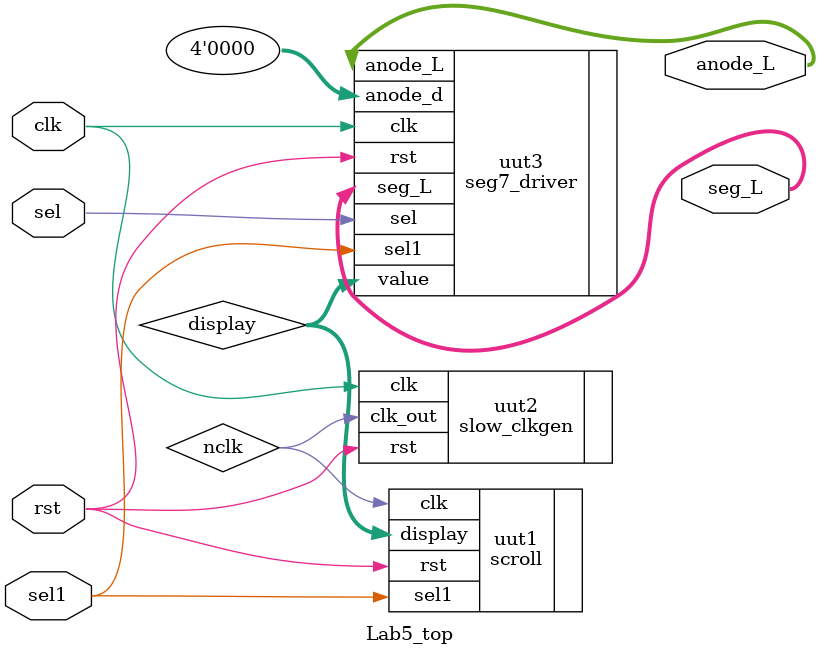
<source format=v>
`timescale 1ns / 1ps

// The top level module. It implements the Verilog system shown in Figure 1.

module Lab5_top(input clk, rst, sel, sel1, output [6:0] seg_L, output [3:0] anode_L);

    // declare necessary wires here
    wire [17:0] display;
    wire nclk;
    
    
    
    // instantiate modules here
    
    scroll uut1 (.clk(nclk), .rst(rst), .sel1(sel1), .display(display));
    
    slow_clkgen uut2(.clk(clk), .rst(rst), .clk_out(nclk));
    
    seg7_driver uut3 (.clk(clk), .rst(rst), .sel(sel), .sel1(sel1), .value(display), .anode_d(4'b0000), .seg_L(seg_L), .anode_L(anode_L));

endmodule

</source>
